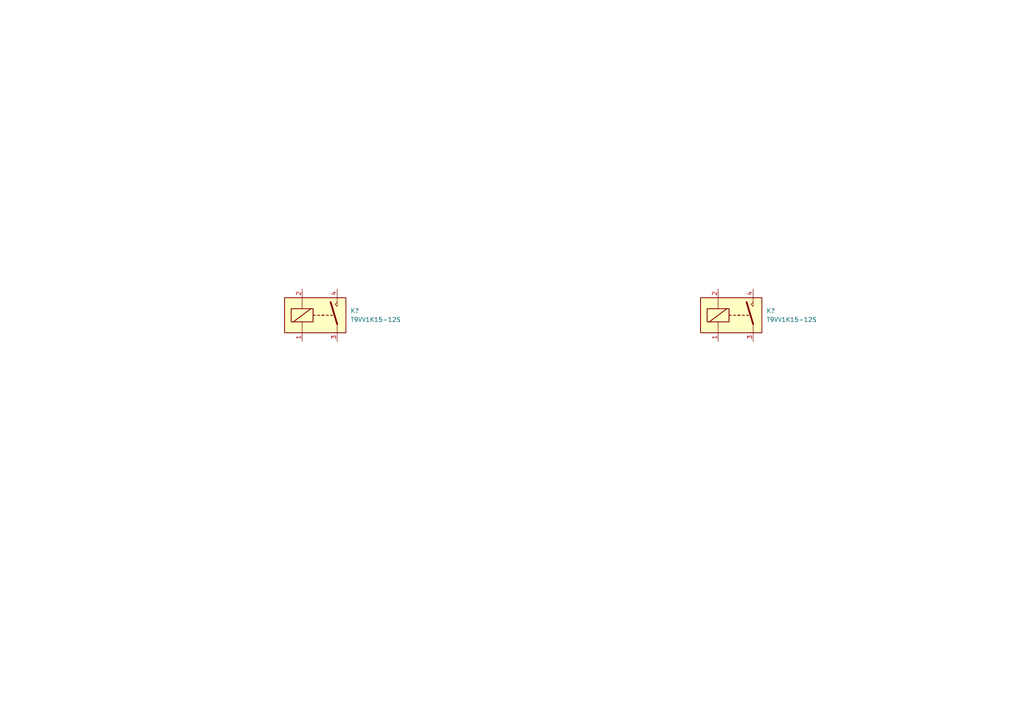
<source format=kicad_sch>
(kicad_sch (version 20211123) (generator eeschema)
  (paper "A4")
  (lib_symbols
    (symbol "AERO_Symbols:T9VV1K15-12S" (pin_names (offset 1.016))
      (property "Reference" "K" (at 8.89 3.81 0))
      (property "Value" "T9VV1K15-12S" (at 8.89 1.27 0))
      (symbol "T9VV1K15-12S_0_0"
        (polyline (pts (xy 5.08 3.81) (xy 5.08 5.08)))
        (polyline (pts (xy 5.08 3.81) (xy 5.08 2.54) (xy 4.445 3.175) (xy 5.08 3.81)))
      )
      (symbol "T9VV1K15-12S_0_1"
        (rectangle (start -10.16 5.08) (end 7.62 -5.08) (stroke (width 0.254)) (fill (type background)))
        (rectangle (start -8.255 1.905) (end -1.905 -1.905) (stroke (width 0.254)))
        (polyline (pts (xy -7.62 -1.905) (xy -2.54 1.905)) (stroke (width 0.254)))
        (polyline (pts (xy -5.08 -5.08) (xy -5.08 -1.905)))
        (polyline (pts (xy -5.08 5.08) (xy -5.08 1.905)))
        (polyline (pts (xy -1.905 0) (xy -1.27 0)) (stroke (width 0.254)))
        (polyline (pts (xy -0.635 0) (xy 0 0)) (stroke (width 0.254)))
        (polyline (pts (xy 0.635 0) (xy 1.27 0)) (stroke (width 0.254)))
        (polyline (pts (xy 0.635 0) (xy 1.27 0)) (stroke (width 0.254)))
        (polyline (pts (xy 1.905 0) (xy 2.54 0)) (stroke (width 0.254)))
        (polyline (pts (xy 3.175 0) (xy 3.81 0)) (stroke (width 0.254)))
        (polyline (pts (xy 5.08 -2.54) (xy 3.175 3.81)) (stroke (width 0.508)))
        (polyline (pts (xy 5.08 -2.54) (xy 5.08 -5.08)))
      )
      (symbol "T9VV1K15-12S_1_1"
        (pin passive line (at -5.08 -7.62 90) (length 2.54) (name "~") (number "1"))
        (pin passive line (at -5.08 7.62 270) (length 2.54) (name "~") (number "2"))
        (pin passive line (at 5.08 -7.62 90) (length 2.54) (name "~") (number "3"))
        (pin passive line (at 5.08 7.62 270) (length 2.54) (name "~") (number "4"))
      )
    )
  )
  (symbol (lib_id "AERO_Symbols:T9VV1K15-12S") (at 213.36 91.44 0) (unit 1)
    (property "Reference" "K?" (at 222.25 90.1699 0) (effects (justify left)))
    (property "Value" "T9VV1K15-12S" (at 222.25 92.7099 0) (effects (justify left)))
    (property "Footprint" "AERO-footprints:RELAY_T9VV1K15-12S" (effects hide))
    (property "Datasheet" "https://www.te.com/commerce/DocumentDelivery/DDEController?Action=srchrtrv&DocNm=Power_PCB_Relay_T9V_Solar&DocType=DS&DocLang=English" (effects hide))
  )
  (symbol (lib_id "AERO_Symbols:T9VV1K15-12S") (at 92.71 91.44 0) (unit 1)
    (property "Reference" "K?" (at 101.6 90.1699 0) (effects (justify left)))
    (property "Value" "T9VV1K15-12S" (at 101.6 92.7099 0) (effects (justify left)))
    (property "Footprint" "AERO-footprints:RELAY_T9VV1K15-12S" (effects hide))
    (property "Datasheet" "https://www.te.com/commerce/DocumentDelivery/DDEController?Action=srchrtrv&DocNm=Power_PCB_Relay_T9V_Solar&DocType=DS&DocLang=English" (effects hide))
  )
)
</source>
